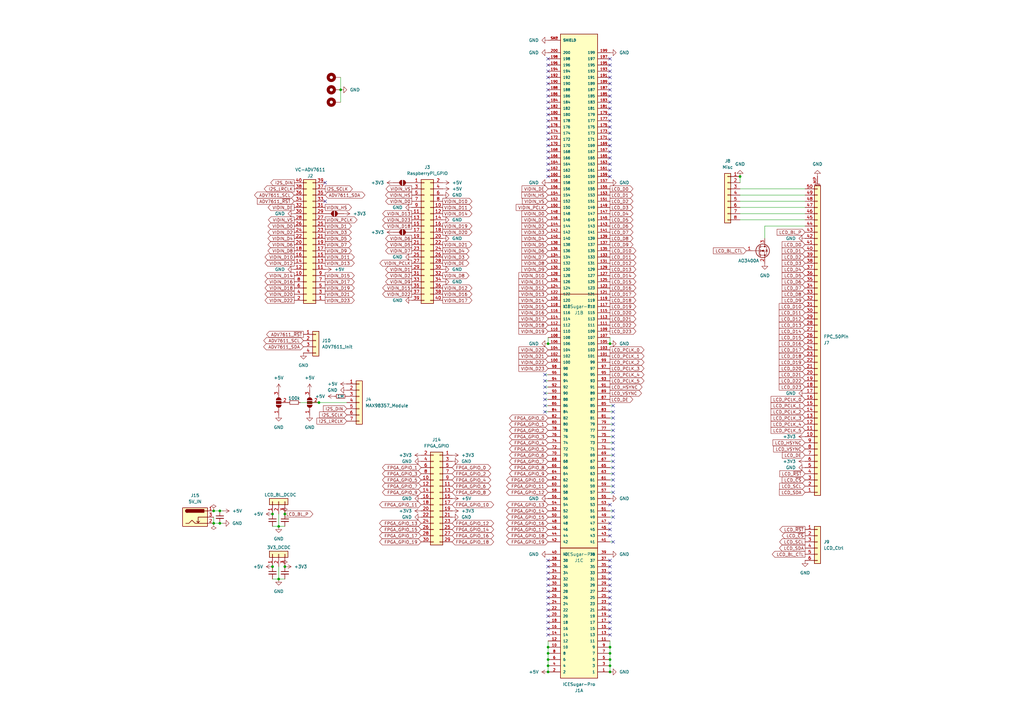
<source format=kicad_sch>
(kicad_sch (version 20250114) (generator "eeschema") (generator_version "9.0")
  (paper "A3")
  (junction (at 90.17 209.55))
  (junction (at 87.63 209.55))
  (junction (at 224.79 273.05))
  (junction (at 250.19 275.59))
  (junction (at 130.81 165.1))
  (junction (at 250.19 273.05))
  (junction (at 111.76 210.82))
  (junction (at 114.3 237.49))
  (junction (at 250.19 270.51))
  (junction (at 250.19 265.43))
  (junction (at 224.79 140.97))
  (junction (at 116.84 232.41))
  (junction (at 116.84 210.82))
  (junction (at 250.19 267.97))
  (junction (at 224.79 267.97))
  (junction (at 87.63 214.63))
  (junction (at 224.79 270.51))
  (junction (at 111.76 232.41))
  (junction (at 224.79 265.43))
  (junction (at 139.7 36.83))
  (junction (at 303.53 72.39))
  (junction (at 90.17 214.63))
  (junction (at 250.19 140.97))
  (junction (at 114.3 215.9))
  (junction (at 224.79 275.59))
  (no_connect (at 250.19 44.45))
  (no_connect (at 223.52 168.91))
  (no_connect (at 224.79 67.31))
  (no_connect (at 224.79 59.69))
  (no_connect (at 223.52 153.67))
  (no_connect (at 224.79 52.07))
  (no_connect (at 250.19 72.39))
  (no_connect (at 250.19 29.21))
  (no_connect (at 251.46 179.07))
  (no_connect (at 224.79 234.95))
  (no_connect (at 250.19 242.57))
  (no_connect (at 250.19 41.91))
  (no_connect (at 223.52 163.83))
  (no_connect (at 250.19 49.53))
  (no_connect (at 251.46 171.45))
  (no_connect (at 251.46 181.61))
  (no_connect (at 224.79 252.73))
  (no_connect (at 251.46 222.25))
  (no_connect (at 224.79 72.39))
  (no_connect (at 224.79 36.83))
  (no_connect (at 224.79 54.61))
  (no_connect (at 250.19 39.37))
  (no_connect (at 251.46 209.55))
  (no_connect (at 224.79 24.13))
  (no_connect (at 251.46 176.53))
  (no_connect (at 251.46 196.85))
  (no_connect (at 250.19 245.11))
  (no_connect (at 224.79 39.37))
  (no_connect (at 250.19 229.87))
  (no_connect (at 250.19 247.65))
  (no_connect (at 250.19 24.13))
  (no_connect (at 224.79 240.03))
  (no_connect (at 224.79 250.19))
  (no_connect (at 224.79 232.41))
  (no_connect (at 250.19 252.73))
  (no_connect (at 224.79 255.27))
  (no_connect (at 250.19 234.95))
  (no_connect (at 251.46 168.91))
  (no_connect (at 250.19 214.63))
  (no_connect (at 224.79 57.15))
  (no_connect (at 224.79 62.23))
  (no_connect (at 251.46 184.15))
  (no_connect (at 224.79 64.77))
  (no_connect (at 250.19 62.23))
  (no_connect (at 251.46 186.69))
  (no_connect (at 250.19 207.01))
  (no_connect (at 250.19 46.99))
  (no_connect (at 250.19 64.77))
  (no_connect (at 250.19 36.83))
  (no_connect (at 250.19 52.07))
  (no_connect (at 224.79 247.65))
  (no_connect (at 250.19 69.85))
  (no_connect (at 251.46 173.99))
  (no_connect (at 223.52 156.21))
  (no_connect (at 250.19 219.71))
  (no_connect (at 224.79 34.29))
  (no_connect (at 250.19 240.03))
  (no_connect (at 250.19 255.27))
  (no_connect (at 250.19 260.35))
  (no_connect (at 224.79 237.49))
  (no_connect (at 224.79 257.81))
  (no_connect (at 251.46 212.09))
  (no_connect (at 250.19 31.75))
  (no_connect (at 224.79 260.35))
  (no_connect (at 224.79 49.53))
  (no_connect (at 250.19 217.17))
  (no_connect (at 224.79 245.11))
  (no_connect (at 250.19 67.31))
  (no_connect (at 224.79 29.21))
  (no_connect (at 224.79 26.67))
  (no_connect (at 251.46 194.31))
  (no_connect (at 133.35 82.55))
  (no_connect (at 250.19 237.49))
  (no_connect (at 251.46 189.23))
  (no_connect (at 250.19 34.29))
  (no_connect (at 224.79 242.57))
  (no_connect (at 223.52 158.75))
  (no_connect (at 250.19 57.15))
  (no_connect (at 223.52 161.29))
  (no_connect (at 250.19 54.61))
  (no_connect (at 250.19 26.67))
  (no_connect (at 224.79 31.75))
  (no_connect (at 133.35 74.93))
  (no_connect (at 251.46 191.77))
  (no_connect (at 224.79 46.99))
  (no_connect (at 223.52 166.37))
  (no_connect (at 250.19 59.69))
  (no_connect (at 250.19 250.19))
  (no_connect (at 251.46 166.37))
  (no_connect (at 251.46 199.39))
  (no_connect (at 224.79 41.91))
  (no_connect (at 224.79 69.85))
  (no_connect (at 224.79 229.87))
  (no_connect (at 224.79 44.45))
  (no_connect (at 251.46 201.93))
  (no_connect (at 250.19 257.81))
  (no_connect (at 250.19 232.41))
  (wire (pts (xy 303.53 85.09) (xy 330.2 85.09)))
  (wire (pts (xy 250.19 168.91) (xy 251.46 168.91)))
  (wire (pts (xy 114.3 237.49) (xy 116.84 237.49)))
  (wire (pts (xy 224.79 267.97) (xy 224.79 265.43)))
  (wire (pts (xy 250.19 184.15) (xy 251.46 184.15)))
  (wire (pts (xy 114.3 215.9) (xy 114.3 210.82)))
  (wire (pts (xy 250.19 191.77) (xy 251.46 191.77)))
  (wire (pts (xy 111.76 215.9) (xy 114.3 215.9)))
  (wire (pts (xy 250.19 201.93) (xy 251.46 201.93)))
  (wire (pts (xy 224.79 273.05) (xy 224.79 270.51)))
  (wire (pts (xy 250.19 173.99) (xy 251.46 173.99)))
  (wire (pts (xy 303.53 90.17) (xy 330.2 90.17)))
  (wire (pts (xy 139.7 36.83) (xy 139.7 41.91)))
  (wire (pts (xy 250.19 176.53) (xy 251.46 176.53)))
  (wire (pts (xy 250.19 212.09) (xy 251.46 212.09)))
  (wire (pts (xy 90.17 209.55) (xy 87.63 209.55)))
  (wire (pts (xy 303.53 87.63) (xy 330.2 87.63)))
  (wire (pts (xy 224.79 166.37) (xy 223.52 166.37)))
  (wire (pts (xy 123.19 165.1) (xy 130.81 165.1)))
  (wire (pts (xy 303.53 80.01) (xy 330.2 80.01)))
  (wire (pts (xy 250.19 171.45) (xy 251.46 171.45)))
  (wire (pts (xy 224.79 158.75) (xy 223.52 158.75)))
  (wire (pts (xy 87.63 212.09) (xy 87.63 214.63)))
  (wire (pts (xy 313.69 92.71) (xy 330.2 92.71)))
  (wire (pts (xy 224.79 140.97) (xy 224.79 138.43)))
  (wire (pts (xy 224.79 153.67) (xy 223.52 153.67)))
  (wire (pts (xy 224.79 275.59) (xy 224.79 273.05)))
  (wire (pts (xy 91.44 209.55) (xy 90.17 209.55)))
  (wire (pts (xy 224.79 265.43) (xy 224.79 262.89)))
  (wire (pts (xy 250.19 181.61) (xy 251.46 181.61)))
  (wire (pts (xy 250.19 179.07) (xy 251.46 179.07)))
  (wire (pts (xy 250.19 270.51) (xy 250.19 267.97)))
  (wire (pts (xy 139.7 31.75) (xy 139.7 36.83)))
  (wire (pts (xy 250.19 267.97) (xy 250.19 265.43)))
  (wire (pts (xy 91.44 214.63) (xy 90.17 214.63)))
  (wire (pts (xy 303.53 74.93) (xy 303.53 72.39)))
  (wire (pts (xy 250.19 194.31) (xy 251.46 194.31)))
  (wire (pts (xy 313.69 97.79) (xy 313.69 92.71)))
  (wire (pts (xy 114.3 237.49) (xy 114.3 232.41)))
  (wire (pts (xy 250.19 265.43) (xy 250.19 262.89)))
  (wire (pts (xy 303.53 82.55) (xy 330.2 82.55)))
  (wire (pts (xy 130.81 165.1) (xy 142.24 165.1)))
  (wire (pts (xy 250.19 140.97) (xy 250.19 138.43)))
  (wire (pts (xy 111.76 237.49) (xy 114.3 237.49)))
  (wire (pts (xy 224.79 161.29) (xy 223.52 161.29)))
  (wire (pts (xy 250.19 209.55) (xy 251.46 209.55)))
  (wire (pts (xy 250.19 199.39) (xy 251.46 199.39)))
  (wire (pts (xy 303.53 77.47) (xy 330.2 77.47)))
  (wire (pts (xy 250.19 196.85) (xy 251.46 196.85)))
  (wire (pts (xy 250.19 273.05) (xy 250.19 270.51)))
  (wire (pts (xy 250.19 186.69) (xy 251.46 186.69)))
  (wire (pts (xy 224.79 156.21) (xy 223.52 156.21)))
  (wire (pts (xy 224.79 163.83) (xy 223.52 163.83)))
  (wire (pts (xy 114.3 215.9) (xy 116.84 215.9)))
  (wire (pts (xy 224.79 168.91) (xy 223.52 168.91)))
  (wire (pts (xy 250.19 222.25) (xy 251.46 222.25)))
  (wire (pts (xy 250.19 189.23) (xy 251.46 189.23)))
  (wire (pts (xy 250.19 166.37) (xy 251.46 166.37)))
  (wire (pts (xy 90.17 214.63) (xy 87.63 214.63)))
  (wire (pts (xy 224.79 270.51) (xy 224.79 267.97)))
  (wire (pts (xy 250.19 275.59) (xy 250.19 273.05)))
  (global_label "LCD_D1" (shape input) (at 330.2 102.87 180) (property "Intersheetrefs" "${INTERSHEET_REFS}" (effects (hide yes))))
  (global_label "LCD_D4" (shape output) (at 250.19 87.63 0) (property "Intersheetrefs" "${INTERSHEET_REFS}" (effects (hide yes))))
  (global_label "LCD_D10" (shape output) (at 250.19 102.87 0) (property "Intersheetrefs" "${INTERSHEET_REFS}" (effects (hide yes))))
  (global_label "VIDIN_D0" (shape output) (at 120.65 92.71 180) (property "Intersheetrefs" "${INTERSHEET_REFS}" (effects (hide yes))))
  (global_label "VIDIN_D0" (shape output) (at 168.91 82.55 180) (property "Intersheetrefs" "${INTERSHEET_REFS}" (effects (hide yes))))
  (global_label "LCD_D4" (shape input) (at 330.2 110.49 180) (property "Intersheetrefs" "${INTERSHEET_REFS}" (effects (hide yes))))
  (global_label "FPGA_GPIO_14" (shape bidirectional) (at 224.79 209.55 180) (property "Intersheetrefs" "${INTERSHEET_REFS}" (effects (hide yes))))
  (global_label "VIDIN_D16" (shape output) (at 120.65 115.57 180) (property "Intersheetrefs" "${INTERSHEET_REFS}" (effects (hide yes))))
  (global_label "FPGA_GPIO_6" (shape bidirectional) (at 185.42 199.39 0) (property "Intersheetrefs" "${INTERSHEET_REFS}" (effects (hide yes))))
  (global_label "LCD_D11" (shape output) (at 250.19 105.41 0) (property "Intersheetrefs" "${INTERSHEET_REFS}" (effects (hide yes))))
  (global_label "VIDIN_D9" (shape output) (at 133.35 102.87 0) (property "Intersheetrefs" "${INTERSHEET_REFS}" (effects (hide yes))))
  (global_label "FPGA_GPIO_18" (shape bidirectional) (at 185.42 222.25 0) (property "Intersheetrefs" "${INTERSHEET_REFS}" (effects (hide yes))))
  (global_label "VIDIN_D20" (shape input) (at 224.79 143.51 180) (property "Intersheetrefs" "${INTERSHEET_REFS}" (effects (hide yes))))
  (global_label "FPGA_GPIO_0" (shape bidirectional) (at 224.79 171.45 180) (property "Intersheetrefs" "${INTERSHEET_REFS}" (effects (hide yes))))
  (global_label "LCD_D10" (shape input) (at 330.2 125.73 180) (property "Intersheetrefs" "${INTERSHEET_REFS}" (effects (hide yes))))
  (global_label "LCD_D12" (shape output) (at 250.19 107.95 0) (property "Intersheetrefs" "${INTERSHEET_REFS}" (effects (hide yes))))
  (global_label "LCD_PCLK_5" (shape output) (at 250.19 156.21 0) (property "Intersheetrefs" "${INTERSHEET_REFS}" (effects (hide yes))))
  (global_label "I2S_LRCLK" (shape input) (at 142.24 172.72 180) (property "Intersheetrefs" "${INTERSHEET_REFS}" (effects (hide yes))))
  (global_label "VIDIN_D14" (shape output) (at 181.61 87.63 0) (property "Intersheetrefs" "${INTERSHEET_REFS}" (effects (hide yes))))
  (global_label "LCD_D9" (shape input) (at 330.2 123.19 180) (property "Intersheetrefs" "${INTERSHEET_REFS}" (effects (hide yes))))
  (global_label "VIDIN_D11" (shape output) (at 181.61 85.09 0) (property "Intersheetrefs" "${INTERSHEET_REFS}" (effects (hide yes))))
  (global_label "LCD_D18" (shape input) (at 330.2 146.05 180) (property "Intersheetrefs" "${INTERSHEET_REFS}" (effects (hide yes))))
  (global_label "LCD_D17" (shape input) (at 330.2 143.51 180) (property "Intersheetrefs" "${INTERSHEET_REFS}" (effects (hide yes))))
  (global_label "VIDIN_D9" (shape input) (at 224.79 110.49 180) (property "Intersheetrefs" "${INTERSHEET_REFS}" (effects (hide yes))))
  (global_label "FPGA_GPIO_4" (shape bidirectional) (at 185.42 196.85 0) (property "Intersheetrefs" "${INTERSHEET_REFS}" (effects (hide yes))))
  (global_label "FPGA_GPIO_5" (shape bidirectional) (at 224.79 184.15 180) (property "Intersheetrefs" "${INTERSHEET_REFS}" (effects (hide yes))))
  (global_label "VIDIN_D2" (shape output) (at 120.65 95.25 180) (property "Intersheetrefs" "${INTERSHEET_REFS}" (effects (hide yes))))
  (global_label "FPGA_GPIO_7" (shape bidirectional) (at 172.72 199.39 180) (property "Intersheetrefs" "${INTERSHEET_REFS}" (effects (hide yes))))
  (global_label "FPGA_GPIO_2" (shape bidirectional) (at 224.79 176.53 180) (property "Intersheetrefs" "${INTERSHEET_REFS}" (effects (hide yes))))
  (global_label "FPGA_GPIO_1" (shape bidirectional) (at 172.72 191.77 180) (property "Intersheetrefs" "${INTERSHEET_REFS}" (effects (hide yes))))
  (global_label "LCD_D6" (shape input) (at 330.2 115.57 180) (property "Intersheetrefs" "${INTERSHEET_REFS}" (effects (hide yes))))
  (global_label "VIDIN_D6" (shape output) (at 168.91 97.79 180) (property "Intersheetrefs" "${INTERSHEET_REFS}" (effects (hide yes))))
  (global_label "LCD_D5" (shape input) (at 330.2 113.03 180) (property "Intersheetrefs" "${INTERSHEET_REFS}" (effects (hide yes))))
  (global_label "LCD_D6" (shape output) (at 250.19 92.71 0) (property "Intersheetrefs" "${INTERSHEET_REFS}" (effects (hide yes))))
  (global_label "VIDIN_D3" (shape output) (at 181.61 105.41 0) (property "Intersheetrefs" "${INTERSHEET_REFS}" (effects (hide yes))))
  (global_label "LCD_PCLK_2" (shape input) (at 330.2 168.91 180) (property "Intersheetrefs" "${INTERSHEET_REFS}" (effects (hide yes))))
  (global_label "VIDIN_VS" (shape output) (at 168.91 77.47 180) (property "Intersheetrefs" "${INTERSHEET_REFS}" (effects (hide yes))))
  (global_label "VIDIN_D16" (shape input) (at 224.79 128.27 180) (property "Intersheetrefs" "${INTERSHEET_REFS}" (effects (hide yes))))
  (global_label "VIDIN_D16" (shape output) (at 181.61 120.65 0) (property "Intersheetrefs" "${INTERSHEET_REFS}" (effects (hide yes))))
  (global_label "LCD_BL_P" (shape input) (at 330.2 95.25 180) (property "Intersheetrefs" "${INTERSHEET_REFS}" (effects (hide yes))))
  (global_label "LCD_HSYNC" (shape output) (at 250.19 158.75 0) (property "Intersheetrefs" "${INTERSHEET_REFS}" (effects (hide yes))))
  (global_label "LCD_D13" (shape input) (at 330.2 133.35 180) (property "Intersheetrefs" "${INTERSHEET_REFS}" (effects (hide yes))))
  (global_label "LCD_D13" (shape output) (at 250.19 110.49 0) (property "Intersheetrefs" "${INTERSHEET_REFS}" (effects (hide yes))))
  (global_label "FPGA_GPIO_8" (shape bidirectional) (at 185.42 201.93 0) (property "Intersheetrefs" "${INTERSHEET_REFS}" (effects (hide yes))))
  (global_label "VIDIN_D13" (shape output) (at 133.35 107.95 0) (property "Intersheetrefs" "${INTERSHEET_REFS}" (effects (hide yes))))
  (global_label "LCD_D9" (shape output) (at 250.19 100.33 0) (property "Intersheetrefs" "${INTERSHEET_REFS}" (effects (hide yes))))
  (global_label "VIDIN_D23" (shape input) (at 224.79 151.13 180) (property "Intersheetrefs" "${INTERSHEET_REFS}" (effects (hide yes))))
  (global_label "VIDIN_D8" (shape input) (at 224.79 107.95 180) (property "Intersheetrefs" "${INTERSHEET_REFS}" (effects (hide yes))))
  (global_label "LCD_D16" (shape input) (at 330.2 140.97 180) (property "Intersheetrefs" "${INTERSHEET_REFS}" (effects (hide yes))))
  (global_label "VIDIN_D18" (shape output) (at 120.65 118.11 180) (property "Intersheetrefs" "${INTERSHEET_REFS}" (effects (hide yes))))
  (global_label "VIDIN_VS" (shape input) (at 224.79 82.55 180) (property "Intersheetrefs" "${INTERSHEET_REFS}" (effects (hide yes))))
  (global_label "LCD_D17" (shape output) (at 250.19 120.65 0) (property "Intersheetrefs" "${INTERSHEET_REFS}" (effects (hide yes))))
  (global_label "LCD_D3" (shape input) (at 330.2 107.95 180) (property "Intersheetrefs" "${INTERSHEET_REFS}" (effects (hide yes))))
  (global_label "I2S_SCLK" (shape output) (at 133.35 77.47 0) (property "Intersheetrefs" "${INTERSHEET_REFS}" (effects (hide yes))))
  (global_label "VIDIN_D12" (shape input) (at 224.79 118.11 180) (property "Intersheetrefs" "${INTERSHEET_REFS}" (effects (hide yes))))
  (global_label "VIDIN_D15" (shape output) (at 168.91 118.11 180) (property "Intersheetrefs" "${INTERSHEET_REFS}" (effects (hide yes))))
  (global_label "FPGA_GPIO_15" (shape bidirectional) (at 172.72 217.17 180) (property "Intersheetrefs" "${INTERSHEET_REFS}" (effects (hide yes))))
  (global_label "LCD_D1" (shape output) (at 250.19 80.01 0) (property "Intersheetrefs" "${INTERSHEET_REFS}" (effects (hide yes))))
  (global_label "I2S_DIN" (shape input) (at 142.24 167.64 180) (property "Intersheetrefs" "${INTERSHEET_REFS}" (effects (hide yes))))
  (global_label "VIDIN_D2" (shape output) (at 168.91 113.03 180) (property "Intersheetrefs" "${INTERSHEET_REFS}" (effects (hide yes))))
  (global_label "VIDIN_D12" (shape output) (at 120.65 107.95 180) (property "Intersheetrefs" "${INTERSHEET_REFS}" (effects (hide yes))))
  (global_label "LCD_D21" (shape output) (at 250.19 130.81 0) (property "Intersheetrefs" "${INTERSHEET_REFS}" (effects (hide yes))))
  (global_label "VIDIN_D10" (shape output) (at 181.61 82.55 0) (property "Intersheetrefs" "${INTERSHEET_REFS}" (effects (hide yes))))
  (global_label "LCD_PCLK_5" (shape input) (at 330.2 176.53 180) (property "Intersheetrefs" "${INTERSHEET_REFS}" (effects (hide yes))))
  (global_label "LCD_D7" (shape input) (at 330.2 118.11 180) (property "Intersheetrefs" "${INTERSHEET_REFS}" (effects (hide yes))))
  (global_label "VIDIN_PCLK" (shape output) (at 133.35 90.17 0) (property "Intersheetrefs" "${INTERSHEET_REFS}" (effects (hide yes))))
  (global_label "LCD_PCLK_1" (shape output) (at 250.19 146.05 0) (property "Intersheetrefs" "${INTERSHEET_REFS}" (effects (hide yes))))
  (global_label "FPGA_GPIO_1" (shape bidirectional) (at 224.79 173.99 180) (property "Intersheetrefs" "${INTERSHEET_REFS}" (effects (hide yes))))
  (global_label "LCD_D22" (shape input) (at 330.2 156.21 180) (property "Intersheetrefs" "${INTERSHEET_REFS}" (effects (hide yes))))
  (global_label "VIDIN_D17" (shape output) (at 133.35 115.57 0) (property "Intersheetrefs" "${INTERSHEET_REFS}" (effects (hide yes))))
  (global_label "VIDIN_D17" (shape output) (at 181.61 123.19 0) (property "Intersheetrefs" "${INTERSHEET_REFS}" (effects (hide yes))))
  (global_label "VIDIN_HS" (shape output) (at 168.91 80.01 180) (property "Intersheetrefs" "${INTERSHEET_REFS}" (effects (hide yes))))
  (global_label "LCD_SDA" (shape input) (at 330.2 201.93 180) (property "Intersheetrefs" "${INTERSHEET_REFS}" (effects (hide yes))))
  (global_label "VIDIN_DE" (shape output) (at 120.65 85.09 180) (property "Intersheetrefs" "${INTERSHEET_REFS}" (effects (hide yes))))
  (global_label "LCD_PCLK_3" (shape output) (at 250.19 151.13 0) (property "Intersheetrefs" "${INTERSHEET_REFS}" (effects (hide yes))))
  (global_label "VIDIN_D15" (shape output) (at 133.35 113.03 0) (property "Intersheetrefs" "${INTERSHEET_REFS}" (effects (hide yes))))
  (global_label "FPGA_GPIO_16" (shape bidirectional) (at 224.79 214.63 180) (property "Intersheetrefs" "${INTERSHEET_REFS}" (effects (hide yes))))
  (global_label "VIDIN_D5" (shape output) (at 133.35 97.79 0) (property "Intersheetrefs" "${INTERSHEET_REFS}" (effects (hide yes))))
  (global_label "FPGA_GPIO_3" (shape bidirectional) (at 172.72 194.31 180) (property "Intersheetrefs" "${INTERSHEET_REFS}" (effects (hide yes))))
  (global_label "LCD_D19" (shape input) (at 330.2 148.59 180) (property "Intersheetrefs" "${INTERSHEET_REFS}" (effects (hide yes))))
  (global_label "VIDIN_D7" (shape output) (at 133.35 100.33 0) (property "Intersheetrefs" "${INTERSHEET_REFS}" (effects (hide yes))))
  (global_label "LCD_SDA" (shape output) (at 330.2 224.79 180) (property "Intersheetrefs" "${INTERSHEET_REFS}" (effects (hide yes))))
  (global_label "FPGA_GPIO_13" (shape bidirectional) (at 224.79 207.01 180) (property "Intersheetrefs" "${INTERSHEET_REFS}" (effects (hide yes))))
  (global_label "LCD_BL_CTL" (shape output) (at 330.2 227.33 180) (property "Intersheetrefs" "${INTERSHEET_REFS}" (effects (hide yes))))
  (global_label "VIDIN_D14" (shape output) (at 120.65 113.03 180) (property "Intersheetrefs" "${INTERSHEET_REFS}" (effects (hide yes))))
  (global_label "LCD_~{RST}" (shape output) (at 330.2 217.17 180) (property "Intersheetrefs" "${INTERSHEET_REFS}" (effects (hide yes))))
  (global_label "LCD_D2" (shape output) (at 250.19 82.55 0) (property "Intersheetrefs" "${INTERSHEET_REFS}" (effects (hide yes))))
  (global_label "VIDIN_D21" (shape input) (at 224.79 146.05 180) (property "Intersheetrefs" "${INTERSHEET_REFS}" (effects (hide yes))))
  (global_label "VIDIN_D8" (shape output) (at 181.61 113.03 0) (property "Intersheetrefs" "${INTERSHEET_REFS}" (effects (hide yes))))
  (global_label "VIDIN_D14" (shape input) (at 224.79 123.19 180) (property "Intersheetrefs" "${INTERSHEET_REFS}" (effects (hide yes))))
  (global_label "FPGA_GPIO_2" (shape bidirectional) (at 185.42 194.31 0) (property "Intersheetrefs" "${INTERSHEET_REFS}" (effects (hide yes))))
  (global_label "VIDIN_D18" (shape input) (at 224.79 133.35 180) (property "Intersheetrefs" "${INTERSHEET_REFS}" (effects (hide yes))))
  (global_label "VIDIN_D6" (shape output) (at 120.65 100.33 180) (property "Intersheetrefs" "${INTERSHEET_REFS}" (effects (hide yes))))
  (global_label "VIDIN_PCLK" (shape output) (at 168.91 107.95 180) (property "Intersheetrefs" "${INTERSHEET_REFS}" (effects (hide yes))))
  (global_label "VIDIN_D3" (shape input) (at 224.79 95.25 180) (property "Intersheetrefs" "${INTERSHEET_REFS}" (effects (hide yes))))
  (global_label "VIDIN_D17" (shape input) (at 224.79 130.81 180) (property "Intersheetrefs" "${INTERSHEET_REFS}" (effects (hide yes))))
  (global_label "VIDIN_D22" (shape output) (at 120.65 123.19 180) (property "Intersheetrefs" "${INTERSHEET_REFS}" (effects (hide yes))))
  (global_label "VIDIN_VS" (shape output) (at 120.65 90.17 180) (property "Intersheetrefs" "${INTERSHEET_REFS}" (effects (hide yes))))
  (global_label "FPGA_GPIO_14" (shape bidirectional) (at 185.42 217.17 0) (property "Intersheetrefs" "${INTERSHEET_REFS}" (effects (hide yes))))
  (global_label "LCD_PCLK_3" (shape input) (at 330.2 171.45 180) (property "Intersheetrefs" "${INTERSHEET_REFS}" (effects (hide yes))))
  (global_label "VIDIN_D4" (shape output) (at 120.65 97.79 180) (property "Intersheetrefs" "${INTERSHEET_REFS}" (effects (hide yes))))
  (global_label "FPGA_GPIO_6" (shape bidirectional) (at 224.79 186.69 180) (property "Intersheetrefs" "${INTERSHEET_REFS}" (effects (hide yes))))
  (global_label "FPGA_GPIO_19" (shape bidirectional) (at 224.79 222.25 180) (property "Intersheetrefs" "${INTERSHEET_REFS}" (effects (hide yes))))
  (global_label "VIDIN_HS" (shape output) (at 133.35 85.09 0) (property "Intersheetrefs" "${INTERSHEET_REFS}" (effects (hide yes))))
  (global_label "LCD_D12" (shape input) (at 330.2 130.81 180) (property "Intersheetrefs" "${INTERSHEET_REFS}" (effects (hide yes))))
  (global_label "LCD_D23" (shape input) (at 330.2 158.75 180) (property "Intersheetrefs" "${INTERSHEET_REFS}" (effects (hide yes))))
  (global_label "LCD_PCLK_0" (shape input) (at 330.2 163.83 180) (property "Intersheetrefs" "${INTERSHEET_REFS}" (effects (hide yes))))
  (global_label "LCD_D22" (shape output) (at 250.19 133.35 0) (property "Intersheetrefs" "${INTERSHEET_REFS}" (effects (hide yes))))
  (global_label "LCD_D8" (shape output) (at 250.19 97.79 0) (property "Intersheetrefs" "${INTERSHEET_REFS}" (effects (hide yes))))
  (global_label "VIDIN_D1" (shape input) (at 224.79 90.17 180) (property "Intersheetrefs" "${INTERSHEET_REFS}" (effects (hide yes))))
  (global_label "LCD_D14" (shape output) (at 250.19 113.03 0) (property "Intersheetrefs" "${INTERSHEET_REFS}" (effects (hide yes))))
  (global_label "VIDIN_D4" (shape output) (at 181.61 102.87 0) (property "Intersheetrefs" "${INTERSHEET_REFS}" (effects (hide yes))))
  (global_label "ADV7611_~{RST}" (shape input) (at 120.65 82.55 180) (property "Intersheetrefs" "${INTERSHEET_REFS}" (effects (hide yes))))
  (global_label "LCD_D0" (shape input) (at 330.2 100.33 180) (property "Intersheetrefs" "${INTERSHEET_REFS}" (effects (hide yes))))
  (global_label "VIDIN_D10" (shape output) (at 120.65 105.41 180) (property "Intersheetrefs" "${INTERSHEET_REFS}" (effects (hide yes))))
  (global_label "VIDIN_D4" (shape input) (at 224.79 97.79 180) (property "Intersheetrefs" "${INTERSHEET_REFS}" (effects (hide yes))))
  (global_label "FPGA_GPIO_0" (shape bidirectional) (at 185.42 191.77 0) (property "Intersheetrefs" "${INTERSHEET_REFS}" (effects (hide yes))))
  (global_label "LCD_D7" (shape output) (at 250.19 95.25 0) (property "Intersheetrefs" "${INTERSHEET_REFS}" (effects (hide yes))))
  (global_label "VIDIN_D10" (shape input) (at 224.79 113.03 180) (property "Intersheetrefs" "${INTERSHEET_REFS}" (effects (hide yes))))
  (global_label "FPGA_GPIO_3" (shape bidirectional) (at 224.79 179.07 180) (property "Intersheetrefs" "${INTERSHEET_REFS}" (effects (hide yes))))
  (global_label "VIDIN_D13" (shape input) (at 224.79 120.65 180) (property "Intersheetrefs" "${INTERSHEET_REFS}" (effects (hide yes))))
  (global_label "VIDIN_D18" (shape output) (at 168.91 92.71 180) (property "Intersheetrefs" "${INTERSHEET_REFS}" (effects (hide yes))))
  (global_label "FPGA_GPIO_17" (shape bidirectional) (at 172.72 219.71 180) (property "Intersheetrefs" "${INTERSHEET_REFS}" (effects (hide yes))))
  (global_label "FPGA_GPIO_13" (shape bidirectional) (at 172.72 214.63 180) (property "Intersheetrefs" "${INTERSHEET_REFS}" (effects (hide yes))))
  (global_label "VIDIN_D19" (shape input) (at 224.79 135.89 180) (property "Intersheetrefs" "${INTERSHEET_REFS}" (effects (hide yes))))
  (global_label "LCD_D21" (shape input) (at 330.2 153.67 180) (property "Intersheetrefs" "${INTERSHEET_REFS}" (effects (hide yes))))
  (global_label "FPGA_GPIO_12" (shape bidirectional) (at 224.79 201.93 180) (property "Intersheetrefs" "${INTERSHEET_REFS}" (effects (hide yes))))
  (global_label "LCD_D14" (shape input) (at 330.2 135.89 180) (property "Intersheetrefs" "${INTERSHEET_REFS}" (effects (hide yes))))
  (global_label "LCD_VSYNC" (shape output) (at 250.19 161.29 0) (property "Intersheetrefs" "${INTERSHEET_REFS}" (effects (hide yes))))
  (global_label "VIDIN_D7" (shape input) (at 224.79 105.41 180) (property "Intersheetrefs" "${INTERSHEET_REFS}" (effects (hide yes))))
  (global_label "VIDIN_PCLK" (shape input) (at 224.79 85.09 180) (property "Intersheetrefs" "${INTERSHEET_REFS}" (effects (hide yes))))
  (global_label "VIDIN_D1" (shape output) (at 133.35 92.71 0) (property "Intersheetrefs" "${INTERSHEET_REFS}" (effects (hide yes))))
  (global_label "FPGA_GPIO_8" (shape bidirectional) (at 224.79 191.77 180) (property "Intersheetrefs" "${INTERSHEET_REFS}" (effects (hide yes))))
  (global_label "LCD_D5" (shape output) (at 250.19 90.17 0) (property "Intersheetrefs" "${INTERSHEET_REFS}" (effects (hide yes))))
  (global_label "FPGA_GPIO_19" (shape bidirectional) (at 172.72 222.25 180) (property "Intersheetrefs" "${INTERSHEET_REFS}" (effects (hide yes))))
  (global_label "ADV7611_~{RST}" (shape output) (at 124.46 137.16 180) (property "Intersheetrefs" "${INTERSHEET_REFS}" (effects (hide yes))))
  (global_label "LCD_D20" (shape input) (at 330.2 151.13 180) (property "Intersheetrefs" "${INTERSHEET_REFS}" (effects (hide yes))))
  (global_label "VIDIN_D13" (shape output) (at 168.91 87.63 180) (property "Intersheetrefs" "${INTERSHEET_REFS}" (effects (hide yes))))
  (global_label "FPGA_GPIO_10" (shape bidirectional) (at 224.79 196.85 180) (property "Intersheetrefs" "${INTERSHEET_REFS}" (effects (hide yes))))
  (global_label "LCD_~{RST}" (shape input) (at 330.2 194.31 180) (property "Intersheetrefs" "${INTERSHEET_REFS}" (effects (hide yes))))
  (global_label "FPGA_GPIO_17" (shape bidirectional) (at 224.79 217.17 180) (property "Intersheetrefs" "${INTERSHEET_REFS}" (effects (hide yes))))
  (global_label "FPGA_GPIO_11" (shape bidirectional) (at 172.72 207.01 180) (property "Intersheetrefs" "${INTERSHEET_REFS}" (effects (hide yes))))
  (global_label "FPGA_GPIO_15" (shape bidirectional) (at 224.79 212.09 180) (property "Intersheetrefs" "${INTERSHEET_REFS}" (effects (hide yes))))
  (global_label "VIDIN_D21" (shape output) (at 181.61 100.33 0) (property "Intersheetrefs" "${INTERSHEET_REFS}" (effects (hide yes))))
  (global_label "VIDIN_D6" (shape input) (at 224.79 102.87 180) (property "Intersheetrefs" "${INTERSHEET_REFS}" (effects (hide yes))))
  (global_label "LCD_PCLK_4" (shape input) (at 330.2 173.99 180) (property "Intersheetrefs" "${INTERSHEET_REFS}" (effects (hide yes))))
  (global_label "LCD_D20" (shape output) (at 250.19 128.27 0) (property "Intersheetrefs" "${INTERSHEET_REFS}" (effects (hide yes))))
  (global_label "VIDIN_D20" (shape output) (at 181.61 95.25 0) (property "Intersheetrefs" "${INTERSHEET_REFS}" (effects (hide yes))))
  (global_label "VIDIN_D20" (shape output) (at 120.65 120.65 180) (property "Intersheetrefs" "${INTERSHEET_REFS}" (effects (hide yes))))
  (global_label "ADV7611_SDA" (shape bidirectional) (at 124.46 142.24 180) (property "Intersheetrefs" "${INTERSHEET_REFS}" (effects (hide yes))))
  (global_label "VIDIN_D15" (shape input) (at 224.79 125.73 180) (property "Intersheetrefs" "${INTERSHEET_REFS}" (effects (hide yes))))
  (global_label "VIDIN_D22" (shape input) (at 224.79 148.59 180) (property "Intersheetrefs" "${INTERSHEET_REFS}" (effects (hide yes))))
  (global_label "LCD_SCL" (shape input) (at 330.2 199.39 180) (property "Intersheetrefs" "${INTERSHEET_REFS}" (effects (hide yes))))
  (global_label "LCD_~{CS}" (shape output) (at 330.2 219.71 180) (property "Intersheetrefs" "${INTERSHEET_REFS}" (effects (hide yes))))
  (global_label "LCD_BL_CTL" (shape input) (at 306.07 102.87 180) (property "Intersheetrefs" "${INTERSHEET_REFS}" (effects (hide yes))))
  (global_label "VIDIN_D12" (shape output) (at 181.61 118.11 0) (property "Intersheetrefs" "${INTERSHEET_REFS}" (effects (hide yes))))
  (global_label "LCD_PCLK_2" (shape output) (at 250.19 148.59 0) (property "Intersheetrefs" "${INTERSHEET_REFS}" (effects (hide yes))))
  (global_label "VIDIN_D5" (shape input) (at 224.79 100.33 180) (property "Intersheetrefs" "${INTERSHEET_REFS}" (effects (hide yes))))
  (global_label "LCD_DE" (shape input) (at 330.2 186.69 180) (property "Intersheetrefs" "${INTERSHEET_REFS}" (effects (hide yes))))
  (global_label "VIDIN_D2" (shape input) (at 224.79 92.71 180) (property "Intersheetrefs" "${INTERSHEET_REFS}" (effects (hide yes))))
  (global_label "VIDIN_D7" (shape output) (at 168.91 102.87 180) (property "Intersheetrefs" "${INTERSHEET_REFS}" (effects (hide yes))))
  (global_label "LCD_D0" (shape output) (at 250.19 77.47 0) (property "Intersheetrefs" "${INTERSHEET_REFS}" (effects (hide yes))))
  (global_label "VIDIN_DE" (shape input) (at 224.79 77.47 180) (property "Intersheetrefs" "${INTERSHEET_REFS}" (effects (hide yes))))
  (global_label "ADV7611_SCL" (shape bidirectional) (at 124.46 139.7 180) (property "Intersheetrefs" "${INTERSHEET_REFS}" (effects (hide yes))))
  (global_label "LCD_D18" (shape output) (at 250.19 123.19 0) (property "Intersheetrefs" "${INTERSHEET_REFS}" (effects (hide yes))))
  (global_label "VIDIN_D23" (shape output) (at 168.91 90.17 180) (property "Intersheetrefs" "${INTERSHEET_REFS}" (effects (hide yes))))
  (global_label "LCD_PCLK_0" (shape output) (at 250.19 143.51 0) (property "Intersheetrefs" "${INTERSHEET_REFS}" (effects (hide yes))))
  (global_label "LCD_D2" (shape input) (at 330.2 105.41 180) (property "Intersheetrefs" "${INTERSHEET_REFS}" (effects (hide yes))))
  (global_label "FPGA_GPIO_5" (shape bidirectional) (at 172.72 196.85 180) (property "Intersheetrefs" "${INTERSHEET_REFS}" (effects (hide yes))))
  (global_label "LCD_~{CS}" (shape input) (at 330.2 196.85 180) (property "Intersheetrefs" "${INTERSHEET_REFS}" (effects (hide yes))))
  (global_label "LCD_D8" (shape input) (at 330.2 120.65 180) (property "Intersheetrefs" "${INTERSHEET_REFS}" (effects (hide yes))))
  (global_label "LCD_D16" (shape output) (at 250.19 118.11 0) (property "Intersheetrefs" "${INTERSHEET_REFS}" (effects (hide yes))))
  (global_label "VIDIN_D8" (shape output) (at 120.65 102.87 180) (property "Intersheetrefs" "${INTERSHEET_REFS}" (effects (hide yes))))
  (global_label "I2S_DIN" (shape output) (at 120.65 74.93 180) (property "Intersheetrefs" "${INTERSHEET_REFS}" (effects (hide yes))))
  (global_label "VIDIN_D9" (shape output) (at 168.91 115.57 180) (property "Intersheetrefs" "${INTERSHEET_REFS}" (effects (hide yes))))
  (global_label "LCD_HSYNC" (shape input) (at 330.2 181.61 180) (property "Intersheetrefs" "${INTERSHEET_REFS}" (effects (hide yes))))
  (global_label "VIDIN_D11" (shape input) (at 224.79 115.57 180) (property "Intersheetrefs" "${INTERSHEET_REFS}" (effects (hide yes))))
  (global_label "VIDIN_D5" (shape output) (at 168.91 100.33 180) (property "Intersheetrefs" "${INTERSHEET_REFS}" (effects (hide yes))))
  (global_label "LCD_D19" (shape output) (at 250.19 125.73 0) (property "Intersheetrefs" "${INTERSHEET_REFS}" (effects (hide yes))))
  (global_label "FPGA_GPIO_9" (shape bidirectional) (at 224.79 194.31 180) (property "Intersheetrefs" "${INTERSHEET_REFS}" (effects (hide yes))))
  (global_label "LCD_D3" (shape output) (at 250.19 85.09 0) (property "Intersheetrefs" "${INTERSHEET_REFS}" (effects (hide yes))))
  (global_label "FPGA_GPIO_12" (shape bidirectional) (at 185.42 214.63 0) (property "Intersheetrefs" "${INTERSHEET_REFS}" (effects (hide yes))))
  (global_label "LCD_BL_P" (shape output) (at 116.84 210.82 0) (property "Intersheetrefs" "${INTERSHEET_REFS}" (effects (hide yes))))
  (global_label "VIDIN_D23" (shape output) (at 133.35 123.19 0) (property "Intersheetrefs" "${INTERSHEET_REFS}" (effects (hide yes))))
  (global_label "LCD_PCLK_1" (shape input) (at 330.2 166.37 180) (property "Intersheetrefs" "${INTERSHEET_REFS}" (effects (hide yes))))
  (global_label "LCD_DE" (shape output) (at 250.19 163.83 0) (property "Intersheetrefs" "${INTERSHEET_REFS}" (effects (hide yes))))
  (global_label "VIDIN_D21" (shape output) (at 133.35 120.65 0) (property "Intersheetrefs" "${INTERSHEET_REFS}" (effects (hide yes))))
  (global_label "VIDIN_D19" (shape output) (at 181.61 92.71 0) (property "Intersheetrefs" "${INTERSHEET_REFS}" (effects (hide yes))))
  (global_label "LCD_D15" (shape output) (at 250.19 115.57 0) (property "Intersheetrefs" "${INTERSHEET_REFS}" (effects (hide yes))))
  (global_label "FPGA_GPIO_4" (shape bidirectional) (at 224.79 181.61 180) (property "Intersheetrefs" "${INTERSHEET_REFS}" (effects (hide yes))))
  (global_label "LCD_SCL" (shape output) (at 330.2 222.25 180) (property "Intersheetrefs" "${INTERSHEET_REFS}" (effects (hide yes))))
  (global_label "FPGA_GPIO_16" (shape bidirectional) (at 185.42 219.71 0) (property "Intersheetrefs" "${INTERSHEET_REFS}" (effects (hide yes))))
  (global_label "LCD_D23" (shape output) (at 250.19 135.89 0) (property "Intersheetrefs" "${INTERSHEET_REFS}" (effects (hide yes))))
  (global_label "FPGA_GPIO_7" (shape bidirectional) (at 224.79 189.23 180) (property "Intersheetrefs" "${INTERSHEET_REFS}" (effects (hide yes))))
  (global_label "ADV7611_SCL" (shape bidirectional) (at 120.65 80.01 180) (property "Intersheetrefs" "${INTERSHEET_REFS}" (effects (hide yes))))
  (global_label "I2S_SCLK" (shape input) (at 142.24 170.18 180) (property "Intersheetrefs" "${INTERSHEET_REFS}" (effects (hide yes))))
  (global_label "VIDIN_DE" (shape output) (at 181.61 107.95 0) (property "Intersheetrefs" "${INTERSHEET_REFS}" (effects (hide yes))))
  (global_label "VIDIN_D22" (shape output) (at 168.91 120.65 180) (property "Intersheetrefs" "${INTERSHEET_REFS}" (effects (hide yes))))
  (global_label "VIDIN_D11" (shape output) (at 133.35 105.41 0) (property "Intersheetrefs" "${INTERSHEET_REFS}" (effects (hide yes))))
  (global_label "I2S_LRCLK" (shape output) (at 120.65 77.47 180) (property "Intersheetrefs" "${INTERSHEET_REFS}" (effects (hide yes))))
  (global_label "LCD_VSYNC" (shape input) (at 330.2 184.15 180) (property "Intersheetrefs" "${INTERSHEET_REFS}" (effects (hide yes))))
  (global_label "LCD_PCLK_4" (shape output) (at 250.19 153.67 0) (property "Intersheetrefs" "${INTERSHEET_REFS}" (effects (hide yes))))
  (global_label "VIDIN_D19" (shape output) (at 133.35 118.11 0) (property "Intersheetrefs" "${INTERSHEET_REFS}" (effects (hide yes))))
  (global_label "VIDIN_D1" (shape output) (at 168.91 110.49 180) (property "Intersheetrefs" "${INTERSHEET_REFS}" (effects (hide yes))))
  (global_label "FPGA_GPIO_18" (shape bidirectional) (at 224.79 219.71 180) (property "Intersheetrefs" "${INTERSHEET_REFS}" (effects (hide yes))))
  (global_label "ADV7611_SDA" (shape bidirectional) (at 133.35 80.01 0) (property "Intersheetrefs" "${INTERSHEET_REFS}" (effects (hide yes))))
  (global_label "FPGA_GPIO_10" (shape bidirectional) (at 185.42 207.01 0) (property "Intersheetrefs" "${INTERSHEET_REFS}" (effects (hide yes))))
  (global_label "VIDIN_D3" (shape output) (at 133.35 95.25 0) (property "Intersheetrefs" "${INTERSHEET_REFS}" (effects (hide yes))))
  (global_label "VIDIN_D0" (shape input) (at 224.79 87.63 180) (property "Intersheetrefs" "${INTERSHEET_REFS}" (effects (hide yes))))
  (global_label "FPGA_GPIO_9" (shape bidirectional) (at 172.72 201.93 180) (property "Intersheetrefs" "${INTERSHEET_REFS}" (effects (hide yes))))
  (global_label "VIDIN_HS" (shape input) (at 224.79 80.01 180) (property "Intersheetrefs" "${INTERSHEET_REFS}" (effects (hide yes))))
  (global_label "LCD_D15" (shape input) (at 330.2 138.43 180) (property "Intersheetrefs" "${INTERSHEET_REFS}" (effects (hide yes))))
  (global_label "FPGA_GPIO_11" (shape bidirectional) (at 224.79 199.39 180) (property "Intersheetrefs" "${INTERSHEET_REFS}" (effects (hide yes))))
  (global_label "LCD_D11" (shape input) (at 330.2 128.27 180) (property "Intersheetrefs" "${INTERSHEET_REFS}" (effects (hide yes))))
  (symbol (lib_id "power:+5V") (at 224.79 275.59 90) (unit 1)
    (property "Reference" "#PWR02" (effects (hide yes)))
    (property "Value" "+5V" (at 220.98 275.5901 90) (effects (justify left)))
    (property "Description" "Power symbol creates a global label with name \"+5V\"" (effects (hide yes)))
  )
  (symbol (lib_id "power:GND") (at 330.2 97.79 270) (unit 1)
    (property "Reference" "#PWR037" (effects (hide yes)))
    (property "Value" "GND" (at 326.39 97.7899 90) (effects (justify right)))
    (property "Description" "Power symbol creates a global label with name \"GND\" , ground" (effects (hide yes)))
  )
  (symbol (lib_id "power:PWR_FLAG") (at 87.63 209.55 0) (unit 1)
    (property "Reference" "#FLG01" (effects (hide yes)))
    (property "Value" "PWR_FLAG" (effects (hide yes)))
    (property "Description" "Special symbol for telling ERC where power comes from" (effects (hide yes)))
  )
  (symbol (lib_id "Jumper:SolderJumper_2_Open") (at 165.1 74.93 0) (unit 1) (in_bom no) (on_board no)
    (property "Reference" "JP1" (effects (hide yes)))
    (property "Value" "SolderJumper_2_Open" (effects (hide yes)))
    (property "Footprint" "Jumper:SolderJumper-2_P1.3mm_Open_TrianglePad1.0x1.5mm" (effects (hide yes)))
    (property "Description" "Solder Jumper, 2-pole, open" (effects (hide yes)))
  )
  (symbol (lib_id "Transistor_FET:AO3400A") (at 311.15 102.87 0) (unit 1)
    (property "Reference" "Q1" (effects (hide yes)))
    (property "Value" "AO3400A" (at 302.768 106.934 0) (effects (justify left)))
    (property "Footprint" "Package_TO_SOT_SMD:SOT-23" (effects (hide yes)))
    (property "Datasheet" "http://www.aosmd.com/pdfs/datasheet/AO3400A.pdf" (effects (hide yes)))
    (property "Description" "30V Vds, 5.7A Id, N-Channel MOSFET, SOT-23" (effects (hide yes)))
    (property "LCSC" "C20917" (effects (hide yes)))
  )
  (symbol (lib_id "power:PWR_FLAG") (at 116.84 232.41 0) (unit 1)
    (property "Reference" "#FLG02" (effects (hide yes)))
    (property "Value" "PWR_FLAG" (effects (hide yes)))
    (property "Description" "Special symbol for telling ERC where power comes from" (effects (hide yes)))
  )
  (symbol (lib_id "power:+5V") (at 91.44 209.55 270) (mirror x) (unit 1)
    (property "Reference" "#PWR063" (effects (hide yes)))
    (property "Value" "+5V" (at 95.25 209.5499 90) (effects (justify left)))
    (property "Description" "Power symbol creates a global label with name \"+5V\"" (effects (hide yes)))
  )
  (symbol (lib_id "power:GND") (at 185.42 212.09 90) (mirror x) (unit 1)
    (property "Reference" "#PWR059" (effects (hide yes)))
    (property "Value" "GND" (at 189.23 212.0901 90) (effects (justify right)))
    (property "Description" "Power symbol creates a global label with name \"GND\" , ground" (effects (hide yes)))
  )
  (symbol (lib_id "Device:C_Small") (at 111.76 234.95 0) (unit 1)
    (property "Reference" "C3" (effects (hide yes)))
    (property "Value" "47uF 25V" (effects (hide yes)))
    (property "Footprint" "Capacitor_SMD:C_1210_3225Metric" (effects (hide yes)))
    (property "Description" "Unpolarized capacitor, small symbol" (effects (hide yes)))
    (property "LCSC" "C7432791" (effects (hide yes)))
  )
  (symbol (lib_id "Device:R_Small") (at 139.7 162.56 90) (unit 1)
    (property "Reference" "R2" (effects (hide yes)))
    (property "Value" "1M" (at 139.7 162.56 90))
    (property "Footprint" "Resistor_SMD:R_0603_1608Metric" (effects (hide yes)))
    (property "Description" "Resistor, small symbol" (effects (hide yes)))
  )
  (symbol (lib_id "Connector_Generic:Conn_01x06") (at 335.28 222.25 0) (unit 1)
    (property "Reference" "J9" (at 337.82 222.2499 0) (effects (justify left)))
    (property "Value" "LCD_Ctrl" (at 337.82 224.7899 0) (effects (justify left)))
    (property "Footprint" "Connector_PinHeader_2.54mm:PinHeader_1x06_P2.54mm_Vertical" (effects (hide yes)))
    (property "Description" "Generic connector, single row, 01x06, script generated (kicad-library-utils/schlib/autogen/connector/)" (effects (hide yes)))
  )
  (symbol (lib_id "power:GND") (at 168.91 105.41 270) (unit 1)
    (property "Reference" "#PWR026" (effects (hide yes)))
    (property "Value" "GND" (at 165.1 105.4099 90) (effects (justify right)))
    (property "Description" "Power symbol creates a global label with name \"GND\" , ground" (effects (hide yes)))
  )
  (symbol (lib_id "Device:C_Small") (at 116.84 234.95 0) (unit 1)
    (property "Reference" "C4" (effects (hide yes)))
    (property "Value" "47uF 25V" (effects (hide yes)))
    (property "Footprint" "Capacitor_SMD:C_1210_3225Metric" (effects (hide yes)))
    (property "Description" "Unpolarized capacitor, small symbol" (effects (hide yes)))
    (property "LCSC" "C7432791" (effects (hide yes)))
  )
  (symbol (lib_id "power:GND") (at 224.79 204.47 270) (unit 1)
    (property "Reference" "#PWR06" (effects (hide yes)))
    (property "Value" "GND" (at 220.98 204.4701 90) (effects (justify right)))
    (property "Description" "Power symbol creates a global label with name \"GND\" , ground" (effects (hide yes)))
  )
  (symbol (lib_id "Device:C_Small") (at 116.84 213.36 0) (unit 1)
    (property "Reference" "C2" (effects (hide yes)))
    (property "Value" "47uF 25V" (effects (hide yes)))
    (property "Footprint" "Capacitor_SMD:C_1210_3225Metric" (effects (hide yes)))
    (property "Description" "Unpolarized capacitor, small symbol" (effects (hide yes)))
    (property "LCSC" "C7432791" (effects (hide yes)))
  )
  (symbol (lib_id "Jumper:SolderJumper_2_Open") (at 137.16 87.63 180) (unit 1) (in_bom no)
    (property "Reference" "JP3" (effects (hide yes)))
    (property "Value" "SolderJumper_2_Open" (effects (hide yes)))
    (property "Footprint" "Jumper:SolderJumper-2_P1.3mm_Open_TrianglePad1.0x1.5mm" (effects (hide yes)))
    (property "Description" "Solder Jumper, 2-pole, open" (effects (hide yes)))
  )
  (symbol (lib_id "Connector_Generic:Conn_01x03") (at 114.3 227.33 90) (unit 1)
    (property "Reference" "J12" (effects (hide yes)))
    (property "Value" "3V3_DCDC" (at 109.474 224.536 90) (effects (justify right)))
    (property "Footprint" "Connector_PinHeader_2.54mm:PinHeader_1x03_P2.54mm_Vertical" (effects (hide yes)))
    (property "Description" "Generic connector, single row, 01x03, script generated (kicad-library-utils/schlib/autogen/connector/)" (effects (hide yes)))
  )
  (symbol (lib_id "power:+5V") (at 114.3 160.02 0) (unit 1)
    (property "Reference" "#PWR031" (effects (hide yes)))
    (property "Value" "+5V" (at 114.3 154.94 0))
    (property "Description" "Power symbol creates a global label with name \"+5V\"" (effects (hide yes)))
  )
  (symbol (lib_id "power:GND") (at 335.28 72.39 0) (mirror x) (unit 1)
    (property "Reference" "#PWR036" (effects (hide yes)))
    (property "Value" "GND" (at 335.28 67.31 0))
    (property "Description" "Power symbol creates a global label with name \"GND\" , ground" (effects (hide yes)))
  )
  (symbol (lib_id "power:GND") (at 127 170.18 0) (unit 1)
    (property "Reference" "#PWR034" (effects (hide yes)))
    (property "Value" "GND" (at 127 175.26 0))
    (property "Description" "Power symbol creates a global label with name \"GND\" , ground" (effects (hide yes)))
  )
  (symbol (lib_id "Library:1565917-4") (at 237.49 250.19 180) (unit 1)
    (property "Reference" "J1" (at 237.49 283.21 0))
    (property "Value" "ICESugar-Pro" (at 237.49 280.67 0))
    (property "Footprint" "Library:TE_1565917-4" (effects (hide yes)))
    (property "Description" "200 Position Dual Row 0.60mm Surface Mount Right Angle DIMM Memory Socket" (effects (hide yes)))
    (property "COMMENT" "1473149-4" (effects (hide yes)))
    (property "Comment" "1565917-4" (effects (hide yes)))
    (property "Check_prices" "https://www.snapeda.com/parts/1565917-4/TE+Connectivity+AMP+Connectors/view-part/?ref=eda" (effects (hide yes)))
    (property "MF" "TE Connectivity" (effects (hide yes)))
    (property "PRODUCT_TYPE" "Socket" (effects (hide yes)))
    (property "PACKAGE" "None" (effects (hide yes)))
    (property "PRICE" "None" (effects (hide yes)))
    (property "Package" "None" (effects (hide yes)))
    (property "TE_PURCHASE_URL" "https://www.te.com/usa-en/product-1473149-4.html?te_bu=Cor&te_type=disp&te_campaign=seda_glo_cor-seda-global-disp-prtnr-fy19-seda-model-bom-cta_sma-317_1&elqCampaignId=32493" (effects (hide yes)))
    (property "NUMBER_OF_POSITIONS" "200" (effects (hide yes)))
    (property "SnapEDA_Link" "https://www.snapeda.com/parts/1565917-4/TE+Connectivity+AMP+Connectors/view-part/?ref=snap" (effects (hide yes)))
    (property "MP" "1565917-4" (effects (hide yes)))
    (property "Price" "None" (effects (hide yes)))
    (property "Availability" "In Stock" (effects (hide yes)))
    (property "AVAILABILITY" "Unavailable" (effects (hide yes)))
    (property "CENTERLINE_PITCH" ".6 mm[.024 in]" (effects (hide yes)))
    (property "Description_1" "200 Positions 0.6 mm Memory Card Gold Flash Contact Plating SODIMM Socket" (effects (hide yes)))
  )
  (symbol (lib_id "power:GND") (at 181.61 80.01 90) (unit 1)
    (property "Reference" "#PWR030" (effects (hide yes)))
    (property "Value" "GND" (at 185.42 80.0099 90) (effects (justify right)))
    (property "Description" "Power symbol creates a global label with name \"GND\" , ground" (effects (hide yes)))
  )
  (symbol (lib_id "power:GND") (at 224.79 227.33 270) (unit 1)
    (property "Reference" "#PWR04" (effects (hide yes)))
    (property "Value" "GND" (at 220.98 227.3301 90) (effects (justify right)))
    (property "Description" "Power symbol creates a global label with name \"GND\" , ground" (effects (hide yes)))
  )
  (symbol (lib_id "power:PWR_FLAG") (at 116.84 210.82 0) (unit 1)
    (property "Reference" "#FLG03" (effects (hide yes)))
    (property "Value" "PWR_FLAG" (effects (hide yes)))
    (property "Description" "Special symbol for telling ERC where power comes from" (effects (hide yes)))
  )
  (symbol (lib_id "Jumper:SolderJumper_3_Open") (at 127 165.1 90) (unit 1) (in_bom no)
    (property "Reference" "JP4" (effects (hide yes)))
    (property "Value" "SolderJumper_3_Open" (effects (hide yes)))
    (property "Footprint" "Jumper:SolderJumper-3_P2.0mm_Open_TrianglePad1.0x1.5mm" (effects (hide yes)))
    (property "Description" "Solder Jumper, 3-pole, open" (effects (hide yes)))
  )
  (symbol (lib_id "Connector_Generic:Conn_02x20_Odd_Even") (at 173.99 97.79 0) (unit 1) (on_board no)
    (property "Reference" "J3" (at 175.26 68.58 0))
    (property "Value" "RaspberryPi_GPIO" (at 175.26 71.12 0))
    (property "Footprint" "Connector_PinHeader_2.54mm:PinHeader_2x20_P2.54mm_Vertical" (effects (hide yes)))
    (property "Description" "Generic connector, double row, 02x20, odd/even pin numbering scheme (row 1 odd numbers, row 2 even numbers), script generated (kicad-library-utils/schlib/autogen/connector/)" (effects (hide yes)))
  )
  (symbol (lib_id "power:+3V3") (at 161.29 95.25 90) (unit 1)
    (property "Reference" "#PWR022" (effects (hide yes)))
    (property "Value" "+3V3" (at 157.48 95.2499 90) (effects (justify left)))
    (property "Description" "Power symbol creates a global label with name \"+3V3\"" (effects (hide yes)))
  )
  (symbol (lib_id "Connector_Generic:Conn_02x15_Odd_Even") (at 180.34 204.47 0) (mirror y) (unit 1)
    (property "Reference" "J14" (at 179.07 180.34 0))
    (property "Value" "FPGA_GPIO" (at 179.07 182.88 0))
    (property "Footprint" "Connector_PinSocket_2.54mm:PinSocket_2x15_P2.54mm_Horizontal" (effects (hide yes)))
    (property "Description" "Generic connector, double row, 02x15, odd/even pin numbering scheme (row 1 odd numbers, row 2 even numbers), script generated (kicad-library-utils/schlib/autogen/connector/)" (effects (hide yes)))
  )
  (symbol (lib_id "Connector_Generic:Conn_01x07") (at 147.32 165.1 0) (unit 1)
    (property "Reference" "J4" (at 149.86 163.8299 0) (effects (justify left)))
    (property "Value" "MAX98357_Module" (at 149.86 166.3699 0) (effects (justify left)))
    (property "Footprint" "Connector_PinSocket_2.54mm:PinSocket_1x07_P2.54mm_Vertical" (effects (hide yes)))
    (property "Description" "Generic connector, single row, 01x07, script generated (kicad-library-utils/schlib/autogen/connector/)" (effects (hide yes)))
  )
  (symbol (lib_id "power:GND") (at 250.19 227.33 90) (unit 1)
    (property "Reference" "#PWR03" (effects (hide yes)))
    (property "Value" "GND" (at 254 227.3301 90) (effects (justify right)))
    (property "Description" "Power symbol creates a global label with name \"GND\" , ground" (effects (hide yes)))
  )
  (symbol (lib_id "power:GND") (at 181.61 115.57 90) (unit 1)
    (property "Reference" "#PWR023" (effects (hide yes)))
    (property "Value" "GND" (at 185.42 115.5699 90) (effects (justify right)))
    (property "Description" "Power symbol creates a global label with name \"GND\" , ground" (effects (hide yes)))
  )
  (symbol (lib_id "power:GND") (at 168.91 85.09 270) (unit 1)
    (property "Reference" "#PWR027" (effects (hide yes)))
    (property "Value" "GND" (at 165.1 85.0899 90) (effects (justify right)))
    (property "Description" "Power symbol creates a global label with name \"GND\" , ground" (effects (hide yes)))
  )
  (symbol (lib_id "power:GND") (at 124.46 144.78 0) (unit 1)
    (property "Reference" "#PWR045" (effects (hide yes)))
    (property "Value" "GND" (at 124.46 149.86 0))
    (property "Description" "Power symbol creates a global label with name \"GND\" , ground" (effects (hide yes)))
  )
  (symbol (lib_id "power:+3V3") (at 140.97 87.63 270) (unit 1)
    (property "Reference" "#PWR016" (effects (hide yes)))
    (property "Value" "+3V3" (at 144.78 87.6301 90) (effects (justify left)))
    (property "Description" "Power symbol creates a global label with name \"+3V3\"" (effects (hide yes)))
  )
  (symbol (lib_id "Device:C_Small") (at 111.76 213.36 0) (unit 1)
    (property "Reference" "C1" (effects (hide yes)))
    (property "Value" "47uF 25V" (effects (hide yes)))
    (property "Footprint" "Capacitor_SMD:C_1210_3225Metric" (effects (hide yes)))
    (property "Description" "Unpolarized capacitor, small symbol" (effects (hide yes)))
    (property "LCSC" "C7432791" (effects (hide yes)))
  )
  (symbol (lib_id "Mechanical:MountingHole_Pad") (at 137.16 31.75 90) (unit 1) (in_bom no)
    (property "Reference" "H1" (effects (hide yes)))
    (property "Value" "MountingHole_Pad" (effects (hide yes)))
    (property "Footprint" "MountingHole:MountingHole_3.2mm_M3_Pad" (effects (hide yes)))
    (property "Description" "Mounting Hole with connection" (effects (hide yes)))
  )
  (symbol (lib_id "power:GND") (at 120.65 87.63 270) (unit 1)
    (property "Reference" "#PWR015" (effects (hide yes)))
    (property "Value" "GND" (at 116.84 87.6301 90) (effects (justify right)))
    (property "Description" "Power symbol creates a global label with name \"GND\" , ground" (effects (hide yes)))
  )
  (symbol (lib_id "Connector_Generic_MountingPin:Conn_01x50_MountingPin") (at 335.28 140.97 0) (mirror x) (unit 1)
    (property "Reference" "J7" (at 337.82 140.6145 0) (effects (justify left)))
    (property "Value" "FPC_50Pin" (at 337.82 138.0745 0) (effects (justify left)))
    (property "Footprint" "Connector_FFC-FPC:Hirose_FH12-50S-0.5SH_1x50-1MP_P0.50mm_Horizontal" (effects (hide yes)))
    (property "Description" "\"Generic connectable mounting pin connector, single row, 01x50, script generated\"" (effects (hide yes)))
    (property "LCSC" "C231436" (effects (hide yes)))
  )
  (symbol (lib_id "power:GND") (at 181.61 110.49 90) (unit 1)
    (property "Reference" "#PWR024" (effects (hide yes)))
    (property "Value" "GND" (at 185.42 110.4899 90) (effects (justify right)))
    (property "Description" "Power symbol creates a global label with name \"GND\" , ground" (effects (hide yes)))
  )
  (symbol (lib_id "power:+5V") (at 127 160.02 0) (unit 1)
    (property "Reference" "#PWR032" (effects (hide yes)))
    (property "Value" "+5V" (at 127 154.94 0))
    (property "Description" "Power symbol creates a global label with name \"+5V\"" (effects (hide yes)))
  )
  (symbol (lib_id "power:GND") (at 114.3 215.9 0) (unit 1)
    (property "Reference" "#PWR046" (effects (hide yes)))
    (property "Value" "GND" (at 114.3 220.98 0))
    (property "Description" "Power symbol creates a global label with name \"GND\" , ground" (effects (hide yes)))
  )
  (symbol (lib_id "power:GND") (at 250.19 275.59 90) (unit 1)
    (property "Reference" "#PWR01" (effects (hide yes)))
    (property "Value" "GND" (at 254 275.5901 90) (effects (justify right)))
    (property "Description" "Power symbol creates a global label with name \"GND\" , ground" (effects (hide yes)))
  )
  (symbol (lib_id "power:GND") (at 172.72 212.09 270) (unit 1)
    (property "Reference" "#PWR061" (effects (hide yes)))
    (property "Value" "GND" (at 168.91 212.0901 90) (effects (justify right)))
    (property "Description" "Power symbol creates a global label with name \"GND\" , ground" (effects (hide yes)))
  )
  (symbol (lib_id "power:GND") (at 172.72 189.23 270) (unit 1)
    (property "Reference" "#PWR055" (effects (hide yes)))
    (property "Value" "GND" (at 168.91 189.2301 90) (effects (justify right)))
    (property "Description" "Power symbol creates a global label with name \"GND\" , ground" (effects (hide yes)))
  )
  (symbol (lib_id "power:+5V") (at 133.35 110.49 270) (unit 1)
    (property "Reference" "#PWR014" (effects (hide yes)))
    (property "Value" "+5V" (at 137.16 110.4901 90) (effects (justify left)))
    (property "Description" "Power symbol creates a global label with name \"+5V\"" (effects (hide yes)))
  )
  (symbol (lib_id "power:GND") (at 224.79 74.93 270) (unit 1)
    (property "Reference" "#PWR010" (effects (hide yes)))
    (property "Value" "GND" (at 220.98 74.9301 90) (effects (justify right)))
    (property "Description" "Power symbol creates a global label with name \"GND\" , ground" (effects (hide yes)))
  )
  (symbol (lib_id "Connector_Generic:Conn_02x20_Odd_Even") (at 128.27 100.33 180) (unit 1)
    (property "Reference" "J2" (at 127.254 72.136 0))
    (property "Value" "VC-ADV7611" (at 127.254 69.596 0))
    (property "Footprint" "Connector_PinHeader_2.54mm:PinHeader_2x20_P2.54mm_Vertical" (effects (hide yes)))
    (property "Description" "Generic connector, double row, 02x20, odd/even pin numbering scheme (row 1 odd numbers, row 2 even numbers), script generated (kicad-library-utils/schlib/autogen/connector/)" (effects (hide yes)))
  )
  (symbol (lib_id "Library:1565917-4") (at 240.03 69.85 180) (unit 2)
    (property "Reference" "J1" (at 237.49 128.27 0))
    (property "Value" "ICESugar-Pro" (at 237.49 125.73 0))
    (property "Footprint" "Library:TE_1565917-4" (effects (hide yes)))
    (property "Description" "200 Position Dual Row 0.60mm Surface Mount Right Angle DIMM Memory Socket" (effects (hide yes)))
    (property "COMMENT" "1473149-4" (effects (hide yes)))
    (property "Comment" "1565917-4" (effects (hide yes)))
    (property "Check_prices" "https://www.snapeda.com/parts/1565917-4/TE+Connectivity+AMP+Connectors/view-part/?ref=eda" (effects (hide yes)))
    (property "MF" "TE Connectivity" (effects (hide yes)))
    (property "PRODUCT_TYPE" "Socket" (effects (hide yes)))
    (property "PACKAGE" "None" (effects (hide yes)))
    (property "PRICE" "None" (effects (hide yes)))
    (property "Package" "None" (effects (hide yes)))
    (property "TE_PURCHASE_URL" "https://www.te.com/usa-en/product-1473149-4.html?te_bu=Cor&te_type=disp&te_campaign=seda_glo_cor-seda-global-disp-prtnr-fy19-seda-model-bom-cta_sma-317_1&elqCampaignId=32493" (effects (hide yes)))
    (property "NUMBER_OF_POSITIONS" "200" (effects (hide yes)))
    (property "SnapEDA_Link" "https://www.snapeda.com/parts/1565917-4/TE+Connectivity+AMP+Connectors/view-part/?ref=snap" (effects (hide yes)))
    (property "MP" "1565917-4" (effects (hide yes)))
    (property "Price" "None" (effects (hide yes)))
    (property "Availability" "In Stock" (effects (hide yes)))
    (property "AVAILABILITY" "Unavailable" (effects (hide yes)))
    (property "CENTERLINE_PITCH" ".6 mm[.024 in]" (effects (hide yes)))
    (property "Description_1" "200 Positions 0.6 mm Memory Card Gold Flash Contact Plating SODIMM Socket" (effects (hide yes)))
  )
  (symbol (lib_id "power:GND") (at 313.69 107.95 0) (unit 1)
    (property "Reference" "#PWR042" (effects (hide yes)))
    (property "Value" "GND" (at 313.69 113.03 0))
    (property "Description" "Power symbol creates a global label with name \"GND\" , ground" (effects (hide yes)))
  )
  (symbol (lib_id "power:GND") (at 224.79 16.51 270) (unit 1)
    (property "Reference" "#PWR051" (effects (hide yes)))
    (property "Value" "GND" (at 220.98 16.5101 90) (effects (justify right)))
    (property "Description" "Power symbol creates a global label with name \"GND\" , ground" (effects (hide yes)))
  )
  (symbol (lib_id "Connector_Generic:Conn_01x03") (at 114.3 205.74 90) (unit 1)
    (property "Reference" "J11" (effects (hide yes)))
    (property "Value" "LCD_BL_DCDC" (at 108.458 202.946 90) (effects (justify right)))
    (property "Footprint" "Connector_PinHeader_2.54mm:PinHeader_1x03_P2.54mm_Vertical" (effects (hide yes)))
    (property "Description" "Generic connector, single row, 01x03, script generated (kicad-library-utils/schlib/autogen/connector/)" (effects (hide yes)))
  )
  (symbol (lib_id "Library:1565917-4") (at 237.49 173.99 180) (unit 3)
    (property "Reference" "J1" (at 237.49 229.87 0))
    (property "Value" "ICESugar-Pro" (at 237.49 227.33 0))
    (property "Footprint" "Library:TE_1565917-4" (effects (hide yes)))
    (property "Description" "200 Position Dual Row 0.60mm Surface Mount Right Angle DIMM Memory Socket" (effects (hide yes)))
    (property "COMMENT" "1473149-4" (effects (hide yes)))
    (property "Comment" "1565917-4" (effects (hide yes)))
    (property "Check_prices" "https://www.snapeda.com/parts/1565917-4/TE+Connectivity+AMP+Connectors/view-part/?ref=eda" (effects (hide yes)))
    (property "MF" "TE Connectivity" (effects (hide yes)))
    (property "PRODUCT_TYPE" "Socket" (effects (hide yes)))
    (property "PACKAGE" "None" (effects (hide yes)))
    (property "PRICE" "None" (effects (hide yes)))
    (property "Package" "None" (effects (hide yes)))
    (property "TE_PURCHASE_URL" "https://www.te.com/usa-en/product-1473149-4.html?te_bu=Cor&te_type=disp&te_campaign=seda_glo_cor-seda-global-disp-prtnr-fy19-seda-model-bom-cta_sma-317_1&elqCampaignId=32493" (effects (hide yes)))
    (property "NUMBER_OF_POSITIONS" "200" (effects (hide yes)))
    (property "SnapEDA_Link" "https://www.snapeda.com/parts/1565917-4/TE+Connectivity+AMP+Connectors/view-part/?ref=snap" (effects (hide yes)))
    (property "MP" "1565917-4" (effects (hide yes)))
    (property "Price" "None" (effects (hide yes)))
    (property "Availability" "In Stock" (effects (hide yes)))
    (property "AVAILABILITY" "Unavailable" (effects (hide yes)))
    (property "CENTERLINE_PITCH" ".6 mm[.024 in]" (effects (hide yes)))
    (property "Description_1" "200 Positions 0.6 mm Memory Card Gold Flash Contact Plating SODIMM Socket" (effects (hide yes)))
  )
  (symbol (lib_id "Connector_Generic:Conn_01x04") (at 129.54 139.7 0) (unit 1)
    (property "Reference" "J10" (at 132.08 139.6999 0) (effects (justify left)))
    (property "Value" "ADV7611_Init" (at 132.08 142.2399 0) (effects (justify left)))
    (property "Footprint" "Connector_PinHeader_2.54mm:PinHeader_1x04_P2.54mm_Vertical" (effects (hide yes)))
    (property "Description" "Generic connector, single row, 01x04, script generated (kicad-library-utils/schlib/autogen/connector/)" (effects (hide yes)))
  )
  (symbol (lib_id "power:GND") (at 114.3 170.18 0) (unit 1)
    (property "Reference" "#PWR033" (effects (hide yes)))
    (property "Value" "GND" (at 114.3 175.26 0))
    (property "Description" "Power symbol creates a global label with name \"GND\" , ground" (effects (hide yes)))
  )
  (symbol (lib_id "power:+3V3") (at 185.42 186.69 270) (mirror x) (unit 1)
    (property "Reference" "#PWR052" (effects (hide yes)))
    (property "Value" "+3V3" (at 189.23 186.6899 90) (effects (justify left)))
    (property "Description" "Power symbol creates a global label with name \"+3V3\"" (effects (hide yes)))
  )
  (symbol (lib_id "power:GND") (at 330.2 191.77 270) (unit 1)
    (property "Reference" "#PWR041" (effects (hide yes)))
    (property "Value" "GND" (at 326.39 191.7699 90) (effects (justify right)))
    (property "Description" "Power symbol creates a global label with name \"GND\" , ground" (effects (hide yes)))
  )
  (symbol (lib_id "power:+3V3") (at 116.84 232.41 270) (mirror x) (unit 1)
    (property "Reference" "#PWR050" (effects (hide yes)))
    (property "Value" "+3V3" (at 120.65 232.4099 90) (effects (justify left)))
    (property "Description" "Power symbol creates a global label with name \"+3V3\"" (effects (hide yes)))
  )
  (symbol (lib_id "power:+5V") (at 181.61 74.93 270) (unit 1)
    (property "Reference" "#PWR020" (effects (hide yes)))
    (property "Value" "+5V" (at 185.42 74.9299 90) (effects (justify left)))
    (property "Description" "Power symbol creates a global label with name \"+5V\"" (effects (hide yes)))
  )
  (symbol (lib_id "Device:C_Small") (at 90.17 212.09 0) (unit 1)
    (property "Reference" "C5" (effects (hide yes)))
    (property "Value" "47uF 25V" (effects (hide yes)))
    (property "Footprint" "Capacitor_SMD:C_1210_3225Metric" (effects (hide yes)))
    (property "Description" "Unpolarized capacitor, small symbol" (effects (hide yes)))
    (property "LCSC" "C7432791" (effects (hide yes)))
  )
  (symbol (lib_id "power:GND") (at 224.79 21.59 270) (unit 1)
    (property "Reference" "#PWR012" (effects (hide yes)))
    (property "Value" "GND" (at 220.98 21.5901 90) (effects (justify right)))
    (property "Description" "Power symbol creates a global label with name \"GND\" , ground" (effects (hide yes)))
  )
  (symbol (lib_id "power:+5V") (at 111.76 210.82 90) (unit 1)
    (property "Reference" "#PWR047" (effects (hide yes)))
    (property "Value" "+5V" (at 107.95 210.8199 90) (effects (justify left)))
    (property "Description" "Power symbol creates a global label with name \"+5V\"" (effects (hide yes)))
  )
  (symbol (lib_id "power:PWR_FLAG") (at 87.63 214.63 180) (unit 1)
    (property "Reference" "#FLG04" (effects (hide yes)))
    (property "Value" "PWR_FLAG" (effects (hide yes)))
    (property "Description" "Special symbol for telling ERC where power comes from" (effects (hide yes)))
  )
  (symbol (lib_id "Connector:Barrel_Jack_Switch") (at 80.01 212.09 0) (unit 1)
    (property "Reference" "J15" (at 80.01 203.2 0))
    (property "Value" "5V_IN" (at 80.01 205.74 0))
    (property "Footprint" "Connector_BarrelJack:BarrelJack_Horizontal" (effects (hide yes)))
    (property "Description" "DC Barrel Jack with an internal switch" (effects (hide yes)))
  )
  (symbol (lib_id "power:+3V3") (at 185.42 209.55 270) (mirror x) (unit 1)
    (property "Reference" "#PWR058" (effects (hide yes)))
    (property "Value" "+3V3" (at 189.23 209.5499 90) (effects (justify left)))
    (property "Description" "Power symbol creates a global label with name \"+3V3\"" (effects (hide yes)))
  )
  (symbol (lib_id "power:GND") (at 181.61 90.17 90) (unit 1)
    (property "Reference" "#PWR028" (effects (hide yes)))
    (property "Value" "GND" (at 185.42 90.1699 90) (effects (justify right)))
    (property "Description" "Power symbol creates a global label with name \"GND\" , ground" (effects (hide yes)))
  )
  (symbol (lib_id "power:GND") (at 250.19 74.93 90) (unit 1)
    (property "Reference" "#PWR09" (effects (hide yes)))
    (property "Value" "GND" (at 254 74.9301 90) (effects (justify right)))
    (property "Description" "Power symbol creates a global label with name \"GND\" , ground" (effects (hide yes)))
  )
  (symbol (lib_id "power:GND") (at 303.53 72.39 0) (mirror x) (unit 1)
    (property "Reference" "#PWR043" (effects (hide yes)))
    (property "Value" "GND" (at 303.53 67.31 0))
    (property "Description" "Power symbol creates a global label with name \"GND\" , ground" (effects (hide yes)))
  )
  (symbol (lib_id "power:GND") (at 172.72 204.47 270) (unit 1)
    (property "Reference" "#PWR057" (effects (hide yes)))
    (property "Value" "GND" (at 168.91 204.4701 90) (effects (justify right)))
    (property "Description" "Power symbol creates a global label with name \"GND\" , ground" (effects (hide yes)))
  )
  (symbol (lib_id "power:GND") (at 330.2 229.87 0) (unit 1)
    (property "Reference" "#PWR044" (effects (hide yes)))
    (property "Value" "GND" (at 330.2 234.95 0))
    (property "Description" "Power symbol creates a global label with name \"GND\" , ground" (effects (hide yes)))
  )
  (symbol (lib_id "power:+5V") (at 185.42 204.47 270) (unit 1)
    (property "Reference" "#PWR056" (effects (hide yes)))
    (property "Value" "+5V" (at 189.23 204.4699 90) (effects (justify left)))
    (property "Description" "Power symbol creates a global label with name \"+5V\"" (effects (hide yes)))
  )
  (symbol (lib_id "power:+3V3") (at 330.2 179.07 90) (unit 1)
    (property "Reference" "#PWR039" (effects (hide yes)))
    (property "Value" "+3V3" (at 326.39 179.0699 90) (effects (justify left)))
    (property "Description" "Power symbol creates a global label with name \"+3V3\"" (effects (hide yes)))
  )
  (symbol (lib_id "power:+3V3") (at 161.29 74.93 90) (unit 1)
    (property "Reference" "#PWR019" (effects (hide yes)))
    (property "Value" "+3V3" (at 157.48 74.9299 90) (effects (justify left)))
    (property "Description" "Power symbol creates a global label with name \"+3V3\"" (effects (hide yes)))
  )
  (symbol (lib_id "Connector_Generic:Conn_01x08") (at 298.45 80.01 0) (mirror y) (unit 1)
    (property "Reference" "J8" (at 298.45 66.04 0))
    (property "Value" "Misc" (at 298.45 68.58 0))
    (property "Footprint" "Connector_PinHeader_2.54mm:PinHeader_1x08_P2.54mm_Vertical" (effects (hide yes)))
    (property "Description" "Generic connector, single row, 01x08, script generated (kicad-library-utils/schlib/autogen/connector/)" (effects (hide yes)))
  )
  (symbol (lib_id "power:GND") (at 168.91 123.19 270) (unit 1)
    (property "Reference" "#PWR025" (effects (hide yes)))
    (property "Value" "GND" (at 165.1 123.1899 90) (effects (justify right)))
    (property "Description" "Power symbol creates a global label with name \"GND\" , ground" (effects (hide yes)))
  )
  (symbol (lib_id "power:GND") (at 250.19 21.59 90) (unit 1)
    (property "Reference" "#PWR011" (effects (hide yes)))
    (property "Value" "GND" (at 254 21.5901 90) (effects (justify right)))
    (property "Description" "Power symbol creates a global label with name \"GND\" , ground" (effects (hide yes)))
  )
  (symbol (lib_id "power:+5V") (at 111.76 232.41 90) (unit 1)
    (property "Reference" "#PWR048" (effects (hide yes)))
    (property "Value" "+5V" (at 107.95 232.4099 90) (effects (justify left)))
    (property "Description" "Power symbol creates a global label with name \"+5V\"" (effects (hide yes)))
  )
  (symbol (lib_id "power:+5V") (at 142.24 157.48 90) (unit 1)
    (property "Reference" "#PWR017" (effects (hide yes)))
    (property "Value" "+5V" (at 138.43 157.4799 90) (effects (justify left)))
    (property "Description" "Power symbol creates a global label with name \"+5V\"" (effects (hide yes)))
  )
  (symbol (lib_id "power:GND") (at 224.79 140.97 270) (unit 1)
    (property "Reference" "#PWR08" (effects (hide yes)))
    (property "Value" "GND" (at 220.98 140.9701 90) (effects (justify right)))
    (property "Description" "Power symbol creates a global label with name \"GND\" , ground" (effects (hide yes)))
  )
  (symbol (lib_id "power:+3V3") (at 172.72 186.69 90) (unit 1)
    (property "Reference" "#PWR053" (effects (hide yes)))
    (property "Value" "+3V3" (at 168.91 186.6899 90) (effects (justify left)))
    (property "Description" "Power symbol creates a global label with name \"+3V3\"" (effects (hide yes)))
  )
  (symbol (lib_id "power:GND") (at 330.2 161.29 270) (unit 1)
    (property "Reference" "#PWR038" (effects (hide yes)))
    (property "Value" "GND" (at 326.39 161.2899 90) (effects (justify right)))
    (property "Description" "Power symbol creates a global label with name \"GND\" , ground" (effects (hide yes)))
  )
  (symbol (lib_id "power:GND") (at 142.24 160.02 270) (unit 1)
    (property "Reference" "#PWR018" (effects (hide yes)))
    (property "Value" "GND" (at 138.43 160.0199 90) (effects (justify right)))
    (property "Description" "Power symbol creates a global label with name \"GND\" , ground" (effects (hide yes)))
  )
  (symbol (lib_id "power:GND") (at 120.65 110.49 270) (unit 1)
    (property "Reference" "#PWR013" (effects (hide yes)))
    (property "Value" "GND" (at 116.84 110.4901 90) (effects (justify right)))
    (property "Description" "Power symbol creates a global label with name \"GND\" , ground" (effects (hide yes)))
  )
  (symbol (lib_id "power:GND") (at 114.3 237.49 0) (unit 1)
    (property "Reference" "#PWR049" (effects (hide yes)))
    (property "Value" "GND" (at 114.3 242.57 0))
    (property "Description" "Power symbol creates a global label with name \"GND\" , ground" (effects (hide yes)))
  )
  (symbol (lib_id "power:+3V3") (at 330.2 189.23 90) (unit 1)
    (property "Reference" "#PWR040" (effects (hide yes)))
    (property "Value" "+3V3" (at 326.39 189.2299 90) (effects (justify left)))
    (property "Description" "Power symbol creates a global label with name \"+3V3\"" (effects (hide yes)))
  )
  (symbol (lib_id "power:GND") (at 185.42 189.23 90) (mirror x) (unit 1)
    (property "Reference" "#PWR054" (effects (hide yes)))
    (property "Value" "GND" (at 189.23 189.2301 90) (effects (justify right)))
    (property "Description" "Power symbol creates a global label with name \"GND\" , ground" (effects (hide yes)))
  )
  (symbol (lib_id "power:+3V3") (at 172.72 209.55 90) (unit 1)
    (property "Reference" "#PWR060" (effects (hide yes)))
    (property "Value" "+3V3" (at 168.91 209.5499 90) (effects (justify left)))
    (property "Description" "Power symbol creates a global label with name \"+3V3\"" (effects (hide yes)))
  )
  (symbol (lib_id "Mechanical:MountingHole_Pad") (at 137.16 41.91 90) (unit 1) (in_bom no)
    (property "Reference" "H3" (effects (hide yes)))
    (property "Value" "MountingHole_Pad" (effects (hide yes)))
    (property "Footprint" "MountingHole:MountingHole_3.2mm_M3_Pad" (effects (hide yes)))
    (property "Description" "Mounting Hole with connection" (effects (hide yes)))
  )
  (symbol (lib_id "Jumper:SolderJumper_2_Open") (at 165.1 95.25 0) (unit 1) (in_bom no) (on_board no)
    (property "Reference" "JP2" (effects (hide yes)))
    (property "Value" "SolderJumper_2_Open" (effects (hide yes)))
    (property "Footprint" "Jumper:SolderJumper-2_P1.3mm_Open_TrianglePad1.0x1.5mm" (effects (hide yes)))
    (property "Description" "Solder Jumper, 2-pole, open" (effects (hide yes)))
  )
  (symbol (lib_id "power:GND") (at 91.44 214.63 90) (mirror x) (unit 1)
    (property "Reference" "#PWR062" (effects (hide yes)))
    (property "Value" "GND" (at 95.25 214.6299 90) (effects (justify right)))
    (property "Description" "Power symbol creates a global label with name \"GND\" , ground" (effects (hide yes)))
  )
  (symbol (lib_id "power:GND") (at 181.61 97.79 90) (unit 1)
    (property "Reference" "#PWR029" (effects (hide yes)))
    (property "Value" "GND" (at 185.42 97.7899 90) (effects (justify right)))
    (property "Description" "Power symbol creates a global label with name \"GND\" , ground" (effects (hide yes)))
  )
  (symbol (lib_id "power:GND") (at 139.7 36.83 90) (unit 1)
    (property "Reference" "#PWR064" (effects (hide yes)))
    (property "Value" "GND" (at 143.51 36.8299 90) (effects (justify right)))
    (property "Description" "Power symbol creates a global label with name \"GND\" , ground" (effects (hide yes)))
  )
  (symbol (lib_id "power:+5V") (at 137.16 162.56 90) (unit 1)
    (property "Reference" "#PWR035" (effects (hide yes)))
    (property "Value" "+5V" (at 133.35 162.5599 90) (effects (justify left)))
    (property "Description" "Power symbol creates a global label with name \"+5V\"" (effects (hide yes)))
  )
  (symbol (lib_id "power:GND") (at 250.19 140.97 90) (unit 1)
    (property "Reference" "#PWR07" (effects (hide yes)))
    (property "Value" "GND" (at 254 140.9701 90) (effects (justify right)))
    (property "Description" "Power symbol creates a global label with name \"GND\" , ground" (effects (hide yes)))
  )
  (symbol (lib_id "power:+5V") (at 181.61 77.47 270) (unit 1)
    (property "Reference" "#PWR021" (effects (hide yes)))
    (property "Value" "+5V" (at 185.42 77.4699 90) (effects (justify left)))
    (property "Description" "Power symbol creates a global label with name \"+5V\"" (effects (hide yes)))
  )
  (symbol (lib_id "Jumper:SolderJumper_3_Open") (at 114.3 165.1 90) (unit 1) (in_bom no)
    (property "Reference" "JP5" (effects (hide yes)))
    (property "Value" "SolderJumper_3_Open" (effects (hide yes)))
    (property "Footprint" "Jumper:SolderJumper-3_P2.0mm_Open_TrianglePad1.0x1.5mm" (effects (hide yes)))
    (property "Description" "Solder Jumper, 3-pole, open" (effects (hide yes)))
  )
  (symbol (lib_id "power:GND") (at 250.19 204.47 90) (unit 1)
    (property "Reference" "#PWR05" (effects (hide yes)))
    (property "Value" "GND" (at 254 204.4701 90) (effects (justify right)))
    (property "Description" "Power symbol creates a global label with name \"GND\" , ground" (effects (hide yes)))
  )
  (symbol (lib_id "Mechanical:MountingHole_Pad") (at 137.16 36.83 90) (unit 1) (in_bom no)
    (property "Reference" "H2" (effects (hide yes)))
    (property "Value" "MountingHole_Pad" (effects (hide yes)))
    (property "Footprint" "MountingHole:MountingHole_3.2mm_M3_Pad" (effects (hide yes)))
    (property "Description" "Mounting Hole with connection" (effects (hide yes)))
  )
  (symbol (lib_id "Device:R_Small") (at 120.65 165.1 90) (unit 1)
    (property "Reference" "R1" (effects (hide yes)))
    (property "Value" "100k" (at 120.65 163.322 90))
    (property "Footprint" "Resistor_SMD:R_0603_1608Metric" (effects (hide yes)))
    (property "Description" "Resistor, small symbol" (effects (hide yes)))
  )
)
</source>
